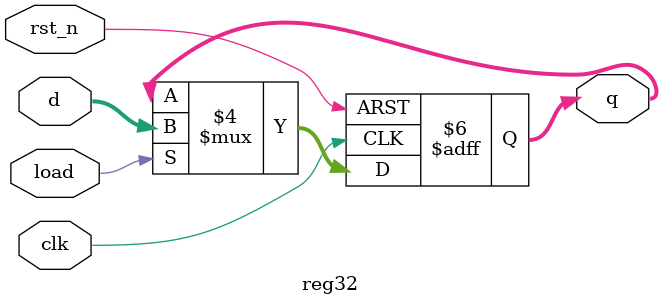
<source format=sv>
module reg32 (
    input  logic        clk,
    input  logic        rst_n,   // active-low reset
    input  logic        load,    // enable signal
    input  logic [31:0] d,       // data input
    output logic [31:0] q        // data output
);

    always_ff @(posedge clk or negedge rst_n) begin
        if (!rst_n)
            q <= 32'b0;          // reset condition
        else if (load)
            q <= d;              // load new data
        else
            q <= q;              // hold previous value
    end

endmodule


</source>
